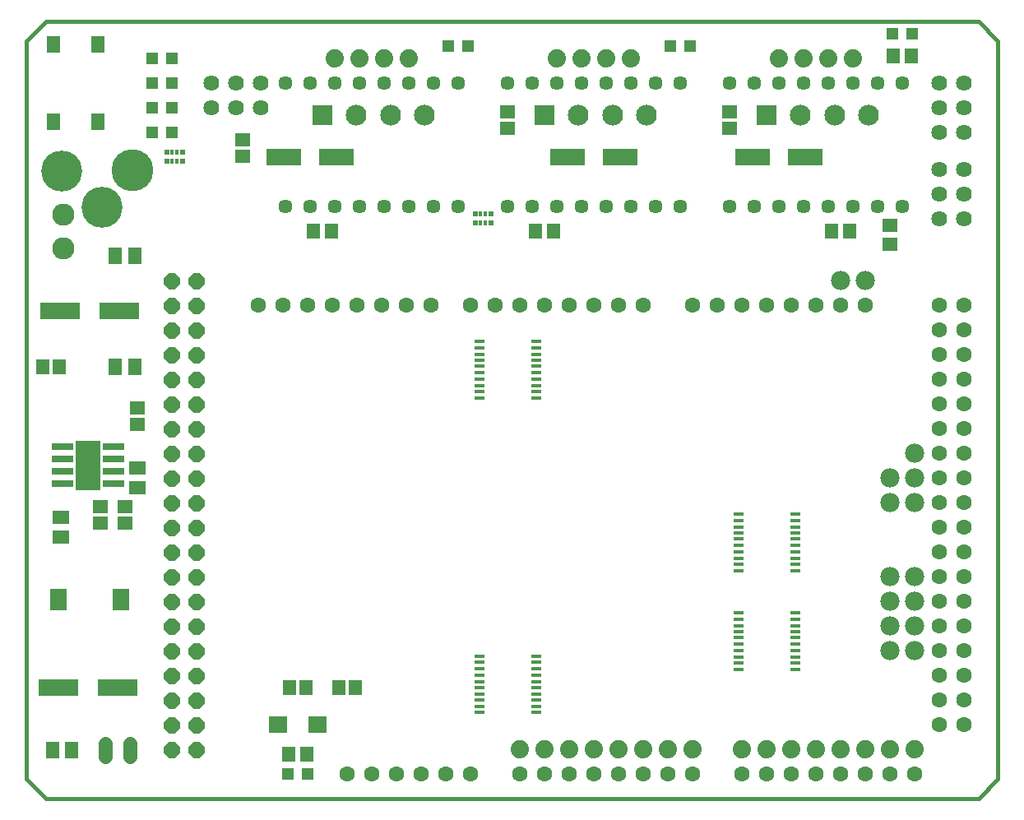
<source format=gts>
G75*
%MOIN*%
%OFA0B0*%
%FSLAX25Y25*%
%IPPOS*%
%LPD*%
%AMOC8*
5,1,8,0,0,1.08239X$1,22.5*
%
%ADD10C,0.01600*%
%ADD11C,0.06306*%
%ADD12R,0.05124X0.05124*%
%ADD13R,0.05518X0.06306*%
%ADD14C,0.07400*%
%ADD15C,0.05715*%
%ADD16C,0.06400*%
%ADD17R,0.06306X0.05518*%
%ADD18R,0.14180X0.06699*%
%ADD19R,0.08400X0.08400*%
%ADD20C,0.08400*%
%ADD21C,0.09000*%
%ADD22R,0.05518X0.06502*%
%ADD23OC8,0.06400*%
%ADD24R,0.09061X0.02762*%
%ADD25R,0.10400X0.20400*%
%ADD26R,0.06699X0.05518*%
%ADD27R,0.05518X0.06699*%
%ADD28R,0.16148X0.06699*%
%ADD29R,0.06699X0.09061*%
%ADD30C,0.05800*%
%ADD31R,0.03937X0.01772*%
%ADD32R,0.07487X0.07093*%
%ADD33C,0.07800*%
%ADD34C,0.16998*%
%ADD35C,0.16600*%
%ADD36R,0.01896X0.02369*%
%ADD37R,0.01384X0.02369*%
D10*
X0016500Y0009674D02*
X0024374Y0001800D01*
X0402327Y0001800D01*
X0410201Y0009674D01*
X0410201Y0308887D01*
X0402327Y0316761D01*
X0024374Y0316761D01*
X0016500Y0308887D01*
X0016500Y0308800D02*
X0016500Y0009800D01*
D11*
X0146500Y0011800D03*
X0156500Y0011800D03*
X0166500Y0011800D03*
X0176500Y0011800D03*
X0186500Y0011800D03*
X0196500Y0011800D03*
X0216500Y0011800D03*
X0226500Y0011800D03*
X0236500Y0011800D03*
X0246500Y0011800D03*
X0256500Y0011800D03*
X0266500Y0011800D03*
X0276500Y0011800D03*
X0286500Y0011800D03*
X0306500Y0011800D03*
X0316500Y0011800D03*
X0326500Y0011800D03*
X0336500Y0011800D03*
X0346500Y0011800D03*
X0356500Y0011800D03*
X0366500Y0011800D03*
X0376500Y0011800D03*
X0386500Y0031800D03*
X0396500Y0031800D03*
X0396500Y0041800D03*
X0386500Y0041800D03*
X0386500Y0051800D03*
X0396500Y0051800D03*
X0396500Y0061800D03*
X0386500Y0061800D03*
X0386500Y0071800D03*
X0396500Y0071800D03*
X0396500Y0081800D03*
X0386500Y0081800D03*
X0386500Y0091800D03*
X0396500Y0091800D03*
X0396500Y0101800D03*
X0386500Y0101800D03*
X0386500Y0111800D03*
X0396500Y0111800D03*
X0396500Y0121800D03*
X0386500Y0121800D03*
X0386500Y0131800D03*
X0396500Y0131800D03*
X0396500Y0141800D03*
X0386500Y0141800D03*
X0386500Y0151800D03*
X0396500Y0151800D03*
X0396500Y0161800D03*
X0386500Y0161800D03*
X0386500Y0171800D03*
X0396500Y0171800D03*
X0396500Y0181800D03*
X0386500Y0181800D03*
X0386500Y0191800D03*
X0396500Y0191800D03*
X0396500Y0201800D03*
X0386500Y0201800D03*
X0356500Y0201800D03*
X0346500Y0201800D03*
X0336500Y0201800D03*
X0326500Y0201800D03*
X0316500Y0201800D03*
X0306500Y0201800D03*
X0296500Y0201800D03*
X0286500Y0201800D03*
X0266500Y0201800D03*
X0256500Y0201800D03*
X0246500Y0201800D03*
X0236500Y0201800D03*
X0226500Y0201800D03*
X0216500Y0201800D03*
X0206500Y0201800D03*
X0196500Y0201800D03*
X0180500Y0201800D03*
X0170500Y0201800D03*
X0160500Y0201800D03*
X0150500Y0201800D03*
X0140500Y0201800D03*
X0130500Y0201800D03*
X0120500Y0201800D03*
X0110500Y0201800D03*
D12*
X0075634Y0271800D03*
X0067366Y0271800D03*
X0067366Y0281800D03*
X0075634Y0281800D03*
X0075634Y0291800D03*
X0067366Y0291800D03*
X0067366Y0301800D03*
X0075634Y0301800D03*
X0187366Y0306800D03*
X0195634Y0306800D03*
X0277366Y0306800D03*
X0285634Y0306800D03*
X0367366Y0311800D03*
X0375634Y0311800D03*
X0130634Y0011800D03*
X0122366Y0011800D03*
D13*
X0122760Y0019800D03*
X0130240Y0019800D03*
X0129846Y0046800D03*
X0123154Y0046800D03*
X0143154Y0046800D03*
X0149846Y0046800D03*
X0029846Y0176800D03*
X0023154Y0176800D03*
X0132760Y0231800D03*
X0140240Y0231800D03*
X0222760Y0231800D03*
X0230240Y0231800D03*
X0342760Y0231800D03*
X0350240Y0231800D03*
X0367760Y0302800D03*
X0375240Y0302800D03*
D14*
X0351500Y0301800D03*
X0341500Y0301800D03*
X0331500Y0301800D03*
X0321500Y0301800D03*
X0261500Y0301800D03*
X0251500Y0301800D03*
X0241500Y0301800D03*
X0231500Y0301800D03*
X0171500Y0301800D03*
X0161500Y0301800D03*
X0151500Y0301800D03*
X0141500Y0301800D03*
X0216500Y0021800D03*
X0226500Y0021800D03*
X0236500Y0021800D03*
X0246500Y0021800D03*
X0256500Y0021800D03*
X0266500Y0021800D03*
X0276500Y0021800D03*
X0286500Y0021800D03*
X0306500Y0021800D03*
X0316500Y0021800D03*
X0326500Y0021800D03*
X0336500Y0021800D03*
X0346500Y0021800D03*
X0356500Y0021800D03*
X0366500Y0021800D03*
X0376500Y0021800D03*
D15*
X0371500Y0241800D03*
X0361500Y0241800D03*
X0351500Y0241800D03*
X0341500Y0241800D03*
X0331500Y0241800D03*
X0321500Y0241800D03*
X0311500Y0241800D03*
X0301500Y0241800D03*
X0281500Y0241800D03*
X0271500Y0241800D03*
X0261500Y0241800D03*
X0251500Y0241800D03*
X0241500Y0241800D03*
X0231500Y0241800D03*
X0221500Y0241800D03*
X0211500Y0241800D03*
X0191500Y0241800D03*
X0181500Y0241800D03*
X0171500Y0241800D03*
X0161500Y0241800D03*
X0151500Y0241800D03*
X0141500Y0241800D03*
X0131500Y0241800D03*
X0121500Y0241800D03*
X0121500Y0291800D03*
X0131500Y0291800D03*
X0141500Y0291800D03*
X0151500Y0291800D03*
X0161500Y0291800D03*
X0171500Y0291800D03*
X0181500Y0291800D03*
X0191500Y0291800D03*
X0211500Y0291800D03*
X0221500Y0291800D03*
X0231500Y0291800D03*
X0241500Y0291800D03*
X0251500Y0291800D03*
X0261500Y0291800D03*
X0271500Y0291800D03*
X0281500Y0291800D03*
X0301500Y0291800D03*
X0311500Y0291800D03*
X0321500Y0291800D03*
X0331500Y0291800D03*
X0341500Y0291800D03*
X0351500Y0291800D03*
X0361500Y0291800D03*
X0371500Y0291800D03*
D16*
X0386500Y0291800D03*
X0396500Y0291800D03*
X0396500Y0281800D03*
X0386500Y0281800D03*
X0386500Y0271800D03*
X0396500Y0271800D03*
X0396500Y0256800D03*
X0386500Y0256800D03*
X0386500Y0246800D03*
X0396500Y0246800D03*
X0396500Y0236800D03*
X0386500Y0236800D03*
X0111500Y0281800D03*
X0101500Y0281800D03*
X0101500Y0291800D03*
X0111500Y0291800D03*
X0091500Y0291800D03*
X0091500Y0281800D03*
D17*
X0104000Y0268646D03*
X0104000Y0261954D03*
X0211500Y0273454D03*
X0211500Y0280146D03*
X0301500Y0280146D03*
X0301500Y0273454D03*
X0366500Y0234040D03*
X0366500Y0226560D03*
X0061500Y0160146D03*
X0061500Y0153454D03*
X0056500Y0120146D03*
X0056500Y0113454D03*
X0046500Y0113454D03*
X0046500Y0120146D03*
D18*
X0120870Y0261800D03*
X0142130Y0261800D03*
X0235870Y0261800D03*
X0257130Y0261800D03*
X0310870Y0261800D03*
X0332130Y0261800D03*
D19*
X0316500Y0278800D03*
X0226500Y0278800D03*
X0136500Y0278800D03*
D20*
X0150280Y0278800D03*
X0164059Y0278800D03*
X0177839Y0278800D03*
X0240280Y0278800D03*
X0254059Y0278800D03*
X0267839Y0278800D03*
X0330280Y0278800D03*
X0344059Y0278800D03*
X0357839Y0278800D03*
D21*
X0031500Y0238493D03*
X0031500Y0224713D03*
D22*
X0027642Y0276150D03*
X0045358Y0276150D03*
X0045358Y0307450D03*
X0027642Y0307450D03*
D23*
X0075358Y0211367D03*
X0085358Y0211367D03*
X0085358Y0201367D03*
X0075358Y0201367D03*
X0075358Y0191367D03*
X0085358Y0191367D03*
X0085358Y0181367D03*
X0075358Y0181367D03*
X0075358Y0171367D03*
X0085358Y0171367D03*
X0085358Y0161367D03*
X0075358Y0161367D03*
X0075358Y0151367D03*
X0085358Y0151367D03*
X0085358Y0141367D03*
X0075358Y0141367D03*
X0075358Y0131367D03*
X0085358Y0131367D03*
X0085358Y0121367D03*
X0075358Y0121367D03*
X0075358Y0111367D03*
X0085358Y0111367D03*
X0085358Y0101367D03*
X0075358Y0101367D03*
X0075358Y0091367D03*
X0085358Y0091367D03*
X0085358Y0081367D03*
X0075358Y0081367D03*
X0075358Y0071367D03*
X0085358Y0071367D03*
X0085358Y0061367D03*
X0075358Y0061367D03*
X0075358Y0051367D03*
X0085358Y0051367D03*
X0085358Y0041367D03*
X0075358Y0041367D03*
X0075358Y0031367D03*
X0085358Y0031367D03*
X0085358Y0021367D03*
X0075358Y0021367D03*
D24*
X0051736Y0129300D03*
X0051736Y0134300D03*
X0051736Y0139300D03*
X0051736Y0144300D03*
X0031264Y0144300D03*
X0031264Y0139300D03*
X0031264Y0134300D03*
X0031264Y0129300D03*
D25*
X0041500Y0136800D03*
D26*
X0061500Y0135737D03*
X0061500Y0127863D03*
X0030500Y0115737D03*
X0030500Y0107863D03*
D27*
X0052563Y0176800D03*
X0060437Y0176800D03*
X0060437Y0221800D03*
X0052563Y0221800D03*
X0034937Y0021300D03*
X0027063Y0021300D03*
D28*
X0029492Y0046800D03*
X0053508Y0046800D03*
X0054020Y0199438D03*
X0030004Y0199438D03*
D29*
X0029492Y0082312D03*
X0054689Y0082312D03*
D30*
X0058500Y0024000D02*
X0058500Y0018600D01*
X0048500Y0018600D02*
X0048500Y0024000D01*
D31*
X0199984Y0036623D03*
X0199984Y0039182D03*
X0199984Y0041741D03*
X0199984Y0044123D03*
X0199984Y0046682D03*
X0199984Y0049241D03*
X0199984Y0051800D03*
X0199984Y0054359D03*
X0199984Y0056918D03*
X0199984Y0059477D03*
X0223016Y0059477D03*
X0223016Y0056918D03*
X0223016Y0054359D03*
X0223016Y0051800D03*
X0223016Y0049241D03*
X0223016Y0046682D03*
X0223016Y0044123D03*
X0223016Y0041741D03*
X0223016Y0039182D03*
X0223016Y0036623D03*
X0304984Y0054123D03*
X0304984Y0056682D03*
X0304984Y0059241D03*
X0304984Y0061800D03*
X0304984Y0064359D03*
X0304984Y0066918D03*
X0304984Y0069477D03*
X0304984Y0071859D03*
X0304984Y0074418D03*
X0304984Y0076977D03*
X0304984Y0094123D03*
X0304984Y0096682D03*
X0304984Y0099241D03*
X0304984Y0101800D03*
X0304984Y0104359D03*
X0304984Y0106918D03*
X0304984Y0109477D03*
X0304984Y0111859D03*
X0304984Y0114418D03*
X0304984Y0116977D03*
X0328016Y0116977D03*
X0328016Y0114418D03*
X0328016Y0111859D03*
X0328016Y0109477D03*
X0328016Y0106918D03*
X0328016Y0104359D03*
X0328016Y0101800D03*
X0328016Y0099241D03*
X0328016Y0096682D03*
X0328016Y0094123D03*
X0328016Y0076977D03*
X0328016Y0074418D03*
X0328016Y0071859D03*
X0328016Y0069477D03*
X0328016Y0066918D03*
X0328016Y0064359D03*
X0328016Y0061800D03*
X0328016Y0059241D03*
X0328016Y0056682D03*
X0328016Y0054123D03*
X0223016Y0164123D03*
X0223016Y0166682D03*
X0223016Y0169241D03*
X0223016Y0171800D03*
X0223016Y0174359D03*
X0223016Y0176918D03*
X0223016Y0179477D03*
X0223016Y0181859D03*
X0223016Y0184418D03*
X0223016Y0186977D03*
X0199984Y0186977D03*
X0199984Y0184418D03*
X0199984Y0181859D03*
X0199984Y0179477D03*
X0199984Y0176918D03*
X0199984Y0174359D03*
X0199984Y0171800D03*
X0199984Y0169241D03*
X0199984Y0166682D03*
X0199984Y0164123D03*
D32*
X0134571Y0031800D03*
X0118429Y0031800D03*
D33*
X0346500Y0211800D03*
X0356500Y0211800D03*
X0376500Y0141800D03*
X0376500Y0131800D03*
X0376500Y0121800D03*
X0366500Y0121800D03*
X0366500Y0131800D03*
X0366500Y0091800D03*
X0366500Y0081800D03*
X0376500Y0081800D03*
X0376500Y0091800D03*
X0376500Y0071800D03*
X0376500Y0061800D03*
X0366500Y0061800D03*
X0366500Y0071800D03*
D34*
X0059637Y0256300D03*
D35*
X0047126Y0241491D03*
X0030815Y0256200D03*
D36*
X0073350Y0259930D03*
X0073350Y0263670D03*
X0079650Y0263670D03*
X0079650Y0259930D03*
X0198350Y0238670D03*
X0198350Y0234930D03*
X0204650Y0234930D03*
X0204650Y0238670D03*
D37*
X0202484Y0238670D03*
X0200516Y0238670D03*
X0200516Y0234930D03*
X0202484Y0234930D03*
X0077484Y0259930D03*
X0075516Y0259930D03*
X0075516Y0263670D03*
X0077484Y0263670D03*
M02*

</source>
